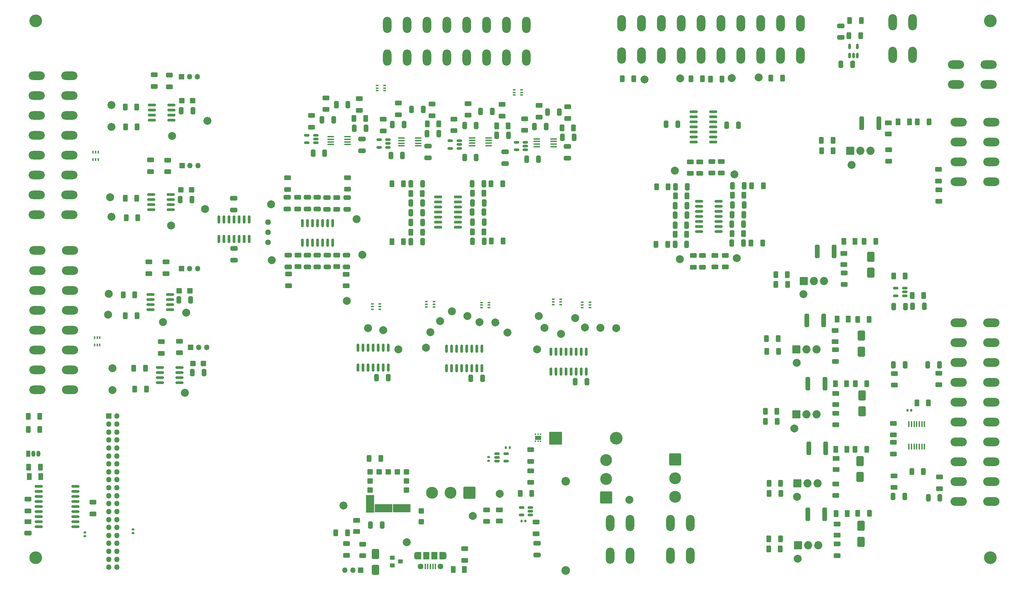
<source format=gbr>
%TF.GenerationSoftware,KiCad,Pcbnew,7.0.10*%
%TF.CreationDate,2024-12-15T12:01:29-06:00*%
%TF.ProjectId,karca_v2,6b617263-615f-4763-922e-6b696361645f,rev?*%
%TF.SameCoordinates,Original*%
%TF.FileFunction,Soldermask,Top*%
%TF.FilePolarity,Negative*%
%FSLAX46Y46*%
G04 Gerber Fmt 4.6, Leading zero omitted, Abs format (unit mm)*
G04 Created by KiCad (PCBNEW 7.0.10) date 2024-12-15 12:01:29*
%MOMM*%
%LPD*%
G01*
G04 APERTURE LIST*
G04 Aperture macros list*
%AMRoundRect*
0 Rectangle with rounded corners*
0 $1 Rounding radius*
0 $2 $3 $4 $5 $6 $7 $8 $9 X,Y pos of 4 corners*
0 Add a 4 corners polygon primitive as box body*
4,1,4,$2,$3,$4,$5,$6,$7,$8,$9,$2,$3,0*
0 Add four circle primitives for the rounded corners*
1,1,$1+$1,$2,$3*
1,1,$1+$1,$4,$5*
1,1,$1+$1,$6,$7*
1,1,$1+$1,$8,$9*
0 Add four rect primitives between the rounded corners*
20,1,$1+$1,$2,$3,$4,$5,0*
20,1,$1+$1,$4,$5,$6,$7,0*
20,1,$1+$1,$6,$7,$8,$9,0*
20,1,$1+$1,$8,$9,$2,$3,0*%
G04 Aperture macros list end*
%ADD10C,3.200000*%
%ADD11RoundRect,0.250000X0.312500X0.625000X-0.312500X0.625000X-0.312500X-0.625000X0.312500X-0.625000X0*%
%ADD12RoundRect,0.250000X0.625000X-0.312500X0.625000X0.312500X-0.625000X0.312500X-0.625000X-0.312500X0*%
%ADD13RoundRect,0.250000X0.325000X0.650000X-0.325000X0.650000X-0.325000X-0.650000X0.325000X-0.650000X0*%
%ADD14C,2.000000*%
%ADD15RoundRect,0.250000X-0.312500X-0.625000X0.312500X-0.625000X0.312500X0.625000X-0.312500X0.625000X0*%
%ADD16RoundRect,0.150000X0.512500X0.150000X-0.512500X0.150000X-0.512500X-0.150000X0.512500X-0.150000X0*%
%ADD17R,1.350000X1.350000*%
%ADD18O,1.350000X1.350000*%
%ADD19RoundRect,0.250000X-0.325000X-0.650000X0.325000X-0.650000X0.325000X0.650000X-0.325000X0.650000X0*%
%ADD20RoundRect,0.250000X-0.625000X0.312500X-0.625000X-0.312500X0.625000X-0.312500X0.625000X0.312500X0*%
%ADD21RoundRect,0.250000X0.375000X0.625000X-0.375000X0.625000X-0.375000X-0.625000X0.375000X-0.625000X0*%
%ADD22RoundRect,0.150000X-0.825000X-0.150000X0.825000X-0.150000X0.825000X0.150000X-0.825000X0.150000X0*%
%ADD23RoundRect,0.100000X-0.712500X-0.100000X0.712500X-0.100000X0.712500X0.100000X-0.712500X0.100000X0*%
%ADD24RoundRect,0.150000X0.825000X0.150000X-0.825000X0.150000X-0.825000X-0.150000X0.825000X-0.150000X0*%
%ADD25R,0.650000X0.400000*%
%ADD26RoundRect,0.250000X-0.650000X0.325000X-0.650000X-0.325000X0.650000X-0.325000X0.650000X0.325000X0*%
%ADD27RoundRect,0.150000X-0.150000X0.825000X-0.150000X-0.825000X0.150000X-0.825000X0.150000X0.825000X0*%
%ADD28RoundRect,0.102000X1.387500X1.387500X-1.387500X1.387500X-1.387500X-1.387500X1.387500X-1.387500X0*%
%ADD29C,2.979000*%
%ADD30RoundRect,0.250000X-0.650000X1.000000X-0.650000X-1.000000X0.650000X-1.000000X0.650000X1.000000X0*%
%ADD31RoundRect,0.250000X0.650000X-0.325000X0.650000X0.325000X-0.650000X0.325000X-0.650000X-0.325000X0*%
%ADD32RoundRect,0.250000X-0.312500X-1.450000X0.312500X-1.450000X0.312500X1.450000X-0.312500X1.450000X0*%
%ADD33R,3.200000X3.200000*%
%ADD34O,3.200000X3.200000*%
%ADD35RoundRect,0.250000X0.450000X0.425000X-0.450000X0.425000X-0.450000X-0.425000X0.450000X-0.425000X0*%
%ADD36RoundRect,0.250000X0.625000X-0.375000X0.625000X0.375000X-0.625000X0.375000X-0.625000X-0.375000X0*%
%ADD37RoundRect,0.102000X1.387500X-1.387500X1.387500X1.387500X-1.387500X1.387500X-1.387500X-1.387500X0*%
%ADD38RoundRect,0.102000X0.571500X0.571500X-0.571500X0.571500X-0.571500X-0.571500X0.571500X-0.571500X0*%
%ADD39RoundRect,0.102000X2.095500X0.952500X-2.095500X0.952500X-2.095500X-0.952500X2.095500X-0.952500X0*%
%ADD40RoundRect,0.102000X0.952500X2.095500X-0.952500X2.095500X-0.952500X-2.095500X0.952500X-2.095500X0*%
%ADD41RoundRect,0.250000X0.650000X-1.000000X0.650000X1.000000X-0.650000X1.000000X-0.650000X-1.000000X0*%
%ADD42R,0.400000X0.650000*%
%ADD43O,2.134400X4.064800*%
%ADD44O,2.154000X4.104000*%
%ADD45C,1.440000*%
%ADD46O,4.064800X2.134400*%
%ADD47RoundRect,0.102000X0.450000X0.400000X-0.450000X0.400000X-0.450000X-0.400000X0.450000X-0.400000X0*%
%ADD48RoundRect,0.140000X0.140000X0.170000X-0.140000X0.170000X-0.140000X-0.170000X0.140000X-0.170000X0*%
%ADD49RoundRect,0.102000X-0.922500X-0.922500X0.922500X-0.922500X0.922500X0.922500X-0.922500X0.922500X0*%
%ADD50C,2.049000*%
%ADD51RoundRect,0.100000X-0.100000X0.637500X-0.100000X-0.637500X0.100000X-0.637500X0.100000X0.637500X0*%
%ADD52RoundRect,0.093750X-0.106250X0.093750X-0.106250X-0.093750X0.106250X-0.093750X0.106250X0.093750X0*%
%ADD53R,1.600000X1.000000*%
%ADD54R,1.800000X1.150000*%
%ADD55RoundRect,0.150000X-0.512500X-0.150000X0.512500X-0.150000X0.512500X0.150000X-0.512500X0.150000X0*%
%ADD56RoundRect,0.140000X-0.140000X-0.170000X0.140000X-0.170000X0.140000X0.170000X-0.140000X0.170000X0*%
%ADD57RoundRect,0.150000X0.150000X-0.512500X0.150000X0.512500X-0.150000X0.512500X-0.150000X-0.512500X0*%
%ADD58RoundRect,0.150000X-0.875000X-0.150000X0.875000X-0.150000X0.875000X0.150000X-0.875000X0.150000X0*%
%ADD59RoundRect,0.102000X-1.387500X1.387500X-1.387500X-1.387500X1.387500X-1.387500X1.387500X1.387500X0*%
%ADD60RoundRect,0.250000X-0.425000X0.450000X-0.425000X-0.450000X0.425000X-0.450000X0.425000X0.450000X0*%
%ADD61RoundRect,0.140000X0.170000X-0.140000X0.170000X0.140000X-0.170000X0.140000X-0.170000X-0.140000X0*%
%ADD62C,2.184000*%
%ADD63R,1.050000X1.500000*%
%ADD64O,1.050000X1.500000*%
%ADD65O,4.104000X2.154000*%
%ADD66RoundRect,0.140000X-0.170000X0.140000X-0.170000X-0.140000X0.170000X-0.140000X0.170000X0.140000X0*%
%ADD67R,0.400000X1.350000*%
%ADD68O,1.200000X1.900000*%
%ADD69R,1.200000X1.900000*%
%ADD70C,1.450000*%
%ADD71R,1.500000X1.900000*%
G04 APERTURE END LIST*
D10*
%TO.C,H1*%
X275886400Y-181385200D03*
%TD*%
D11*
%TO.C,R36*%
X61340000Y-120493800D03*
X58415000Y-120493800D03*
%TD*%
D12*
%TO.C,R25*%
X69011800Y-84317300D03*
X69011800Y-81392300D03*
%TD*%
D13*
%TO.C,C54*%
X150629500Y-69173300D03*
X147679500Y-69173300D03*
%TD*%
D14*
%TO.C,TP17*%
X151441900Y-122250200D03*
%TD*%
D15*
%TO.C,R44*%
X196703800Y-90424000D03*
X199628800Y-90424000D03*
%TD*%
%TO.C,R65*%
X125425800Y-87304000D03*
X128350800Y-87304000D03*
%TD*%
D14*
%TO.C,TP52*%
X177857900Y-123545600D03*
%TD*%
D16*
%TO.C,U23*%
X106293500Y-77023000D03*
X106293500Y-76073000D03*
X106293500Y-75123000D03*
X104018500Y-75123000D03*
X104018500Y-77023000D03*
%TD*%
D17*
%TO.C,J7*%
X54254400Y-145792400D03*
D18*
X56254400Y-145792400D03*
X54254400Y-147792400D03*
X56254400Y-147792400D03*
X54254400Y-149792400D03*
X56254400Y-149792400D03*
X54254400Y-151792400D03*
X56254400Y-151792400D03*
X54254400Y-153792400D03*
X56254400Y-153792400D03*
X54254400Y-155792400D03*
X56254400Y-155792400D03*
X54254400Y-157792400D03*
X56254400Y-157792400D03*
X54254400Y-159792400D03*
X56254400Y-159792400D03*
X54254400Y-161792400D03*
X56254400Y-161792400D03*
X54254400Y-163792400D03*
X56254400Y-163792400D03*
X54254400Y-165792400D03*
X56254400Y-165792400D03*
X54254400Y-167792400D03*
X56254400Y-167792400D03*
X54254400Y-169792400D03*
X56254400Y-169792400D03*
X54254400Y-171792400D03*
X56254400Y-171792400D03*
X54254400Y-173792400D03*
X56254400Y-173792400D03*
X54254400Y-175792400D03*
X56254400Y-175792400D03*
X54254400Y-177792400D03*
X56254400Y-177792400D03*
X54254400Y-179792400D03*
X56254400Y-179792400D03*
X54254400Y-181792400D03*
X56254400Y-181792400D03*
X54254400Y-183792400D03*
X56254400Y-183792400D03*
%TD*%
D12*
%TO.C,R75*%
X141005400Y-73983400D03*
X141005400Y-71058400D03*
%TD*%
D19*
%TO.C,C45*%
X105586000Y-79629000D03*
X108536000Y-79629000D03*
%TD*%
D14*
%TO.C,TP31*%
X95178000Y-106513600D03*
%TD*%
D11*
%TO.C,R93*%
X222269000Y-147142200D03*
X219344000Y-147142200D03*
%TD*%
D20*
%TO.C,R47*%
X202829200Y-81798700D03*
X202829200Y-84723700D03*
%TD*%
D14*
%TO.C,TP1*%
X145761383Y-170942000D03*
%TD*%
D12*
%TO.C,R23*%
X111586400Y-93752100D03*
X111586400Y-90827100D03*
%TD*%
D14*
%TO.C,TP16*%
X154439100Y-124764800D03*
%TD*%
D21*
%TO.C,D9*%
X241862800Y-101800200D03*
X239062800Y-101800200D03*
%TD*%
D22*
%TO.C,U21*%
X67084400Y-133527800D03*
X67084400Y-134797800D03*
X67084400Y-136067800D03*
X67084400Y-137337800D03*
X72034400Y-137337800D03*
X72034400Y-136067800D03*
X72034400Y-134797800D03*
X72034400Y-133527800D03*
%TD*%
D11*
%TO.C,R116*%
X223092500Y-179174400D03*
X220167500Y-179174400D03*
%TD*%
D23*
%TO.C,U22*%
X110009500Y-75508600D03*
X110009500Y-76158600D03*
X110009500Y-76808600D03*
X110009500Y-77458600D03*
X114234500Y-77458600D03*
X114234500Y-76808600D03*
X114234500Y-76158600D03*
X114234500Y-75508600D03*
%TD*%
D24*
%TO.C,U9*%
X207579000Y-99390200D03*
X207579000Y-98120200D03*
X207579000Y-96850200D03*
X207579000Y-95580200D03*
X207579000Y-94310200D03*
X207579000Y-93040200D03*
X207579000Y-91770200D03*
X202629000Y-91770200D03*
X202629000Y-93040200D03*
X202629000Y-94310200D03*
X202629000Y-95580200D03*
X202629000Y-96850200D03*
X202629000Y-98120200D03*
X202629000Y-99390200D03*
%TD*%
D11*
%TO.C,R12*%
X37022500Y-158623000D03*
X34097500Y-158623000D03*
%TD*%
D25*
%TO.C,U14*%
X123571000Y-63906400D03*
X123571000Y-63256400D03*
X123571000Y-62606400D03*
X121671000Y-62606400D03*
X121671000Y-63256400D03*
X121671000Y-63906400D03*
%TD*%
D26*
%TO.C,C4*%
X106658800Y-90763800D03*
X106658800Y-93713800D03*
%TD*%
D14*
%TO.C,TP45*%
X228858000Y-115139000D03*
%TD*%
D15*
%TO.C,R68*%
X134306900Y-72292600D03*
X137231900Y-72292600D03*
%TD*%
D27*
%TO.C,U7*%
X89549200Y-96277400D03*
X88279200Y-96277400D03*
X87009200Y-96277400D03*
X85739200Y-96277400D03*
X84469200Y-96277400D03*
X83199200Y-96277400D03*
X81929200Y-96277400D03*
X81929200Y-101227400D03*
X83199200Y-101227400D03*
X84469200Y-101227400D03*
X85739200Y-101227400D03*
X87009200Y-101227400D03*
X88279200Y-101227400D03*
X89549200Y-101227400D03*
%TD*%
%TO.C,U11*%
X174283600Y-129609100D03*
X173013600Y-129609100D03*
X171743600Y-129609100D03*
X170473600Y-129609100D03*
X169203600Y-129609100D03*
X167933600Y-129609100D03*
X166663600Y-129609100D03*
X165393600Y-129609100D03*
X165393600Y-134559100D03*
X166663600Y-134559100D03*
X167933600Y-134559100D03*
X169203600Y-134559100D03*
X170473600Y-134559100D03*
X171743600Y-134559100D03*
X173013600Y-134559100D03*
X174283600Y-134559100D03*
%TD*%
D28*
%TO.C,SW3*%
X144907000Y-165100000D03*
D29*
X140207000Y-165100000D03*
X135507000Y-165100000D03*
%TD*%
D30*
%TO.C,D20*%
X243154200Y-157080200D03*
X243154200Y-161080200D03*
%TD*%
D14*
%TO.C,TP44*%
X212151000Y-106045000D03*
%TD*%
D15*
%TO.C,R84*%
X221934500Y-110211400D03*
X224859500Y-110211400D03*
%TD*%
D20*
%TO.C,R41*%
X111561000Y-105269000D03*
X111561000Y-108194000D03*
%TD*%
D15*
%TO.C,R45*%
X200579300Y-60960000D03*
X203504300Y-60960000D03*
%TD*%
D12*
%TO.C,R106*%
X262894300Y-137911300D03*
X262894300Y-134986300D03*
%TD*%
D14*
%TO.C,TP12*%
X167926500Y-125069600D03*
%TD*%
D31*
%TO.C,C40*%
X117932200Y-79046600D03*
X117932200Y-76096600D03*
%TD*%
D14*
%TO.C,TP50*%
X227258100Y-166065200D03*
%TD*%
D10*
%TO.C,H2*%
X275886400Y-46385200D03*
%TD*%
D19*
%TO.C,C9*%
X209599000Y-72644000D03*
X212549000Y-72644000D03*
%TD*%
D17*
%TO.C,JP5*%
X117602000Y-184531000D03*
D18*
X115602000Y-184531000D03*
X113602000Y-184531000D03*
%TD*%
D11*
%TO.C,R78*%
X148585700Y-99419800D03*
X145660700Y-99419800D03*
%TD*%
D13*
%TO.C,C3*%
X148185400Y-136278100D03*
X145235400Y-136278100D03*
%TD*%
D22*
%TO.C,U20*%
X64708000Y-115189000D03*
X64708000Y-116459000D03*
X64708000Y-117729000D03*
X64708000Y-118999000D03*
X69658000Y-118999000D03*
X69658000Y-117729000D03*
X69658000Y-116459000D03*
X69658000Y-115189000D03*
%TD*%
D23*
%TO.C,U24*%
X127843900Y-75838800D03*
X127843900Y-76488800D03*
X127843900Y-77138800D03*
X127843900Y-77788800D03*
X132068900Y-77788800D03*
X132068900Y-77138800D03*
X132068900Y-76488800D03*
X132068900Y-75838800D03*
%TD*%
D20*
%TO.C,R52*%
X205877200Y-81733200D03*
X205877200Y-84658200D03*
%TD*%
D26*
%TO.C,C21*%
X109122600Y-90789200D03*
X109122600Y-93739200D03*
%TD*%
D25*
%TO.C,U4*%
X134083500Y-117002800D03*
X134083500Y-117652800D03*
X134083500Y-118302800D03*
X135983500Y-118302800D03*
X135983500Y-117652800D03*
X135983500Y-117002800D03*
%TD*%
D32*
%TO.C,F2*%
X243572600Y-72113600D03*
X247847600Y-72113600D03*
%TD*%
D25*
%TO.C,U32*%
X175201100Y-118480600D03*
X175201100Y-117830600D03*
X175201100Y-117180600D03*
X173301100Y-117180600D03*
X173301100Y-117830600D03*
X173301100Y-118480600D03*
%TD*%
D12*
%TO.C,R57*%
X206613800Y-108284200D03*
X206613800Y-105359200D03*
%TD*%
D14*
%TO.C,TP47*%
X226572300Y-148920200D03*
%TD*%
D11*
%TO.C,R117*%
X160593500Y-165227000D03*
X157668500Y-165227000D03*
%TD*%
D33*
%TO.C,D1*%
X166544800Y-151332200D03*
D34*
X181784800Y-151332200D03*
%TD*%
D12*
%TO.C,R5*%
X143764000Y-182056500D03*
X143764000Y-179131500D03*
%TD*%
D11*
%TO.C,R50*%
X208431900Y-61010800D03*
X205506900Y-61010800D03*
%TD*%
D35*
%TO.C,C19*%
X75289400Y-66421000D03*
X72589400Y-66421000D03*
%TD*%
D36*
%TO.C,D10*%
X239043400Y-107696000D03*
X239043400Y-104896000D03*
%TD*%
D19*
%TO.C,C66*%
X251614600Y-118208600D03*
X254564600Y-118208600D03*
%TD*%
D20*
%TO.C,R35*%
X101832800Y-105279700D03*
X101832800Y-108204700D03*
%TD*%
%TO.C,R73*%
X153111200Y-67396900D03*
X153111200Y-70321900D03*
%TD*%
D14*
%TO.C,TP18*%
X240969800Y-82588900D03*
%TD*%
D12*
%TO.C,R22*%
X114228000Y-88708200D03*
X114228000Y-85783200D03*
%TD*%
D13*
%TO.C,C49*%
X133104200Y-92180800D03*
X130154200Y-92180800D03*
%TD*%
D16*
%TO.C,U33*%
X160266183Y-170653400D03*
X160266183Y-169703400D03*
X160266183Y-168753400D03*
X157991183Y-168753400D03*
X157991183Y-170653400D03*
%TD*%
D37*
%TO.C,SW2*%
X179244800Y-166249400D03*
D29*
X179244800Y-161549400D03*
X179244800Y-156849400D03*
%TD*%
D14*
%TO.C,TP58*%
X123197100Y-124180600D03*
%TD*%
D19*
%TO.C,C16*%
X130177300Y-94629000D03*
X133127300Y-94629000D03*
%TD*%
D38*
%TO.C,MD1*%
X129057000Y-164418800D03*
D39*
X127914000Y-168990800D03*
X123342000Y-168990800D03*
D40*
X119913000Y-167847800D03*
D38*
X119913000Y-164418800D03*
X119913000Y-159846800D03*
X124485000Y-159846800D03*
X126771000Y-159846800D03*
X129057000Y-159846800D03*
X129057000Y-162132800D03*
X119913000Y-162132800D03*
X122199000Y-159846800D03*
%TD*%
D41*
%TO.C,D5*%
X121272800Y-184448000D03*
X121272800Y-180448000D03*
%TD*%
D42*
%TO.C,U2*%
X50277000Y-81239400D03*
X50927000Y-81239400D03*
X51577000Y-81239400D03*
X51577000Y-79339400D03*
X50927000Y-79339400D03*
X50277000Y-79339400D03*
%TD*%
D43*
%TO.C,J8*%
X124220000Y-55571000D03*
X129220000Y-55571000D03*
X134220000Y-55571000D03*
X139220000Y-55571000D03*
X144220000Y-55571000D03*
X149220000Y-55571000D03*
X154220000Y-55571000D03*
X159220000Y-55571000D03*
X124220000Y-47371000D03*
X129220000Y-47371000D03*
X134220000Y-47371000D03*
X139220000Y-47371000D03*
X144220000Y-47371000D03*
X149220000Y-47371000D03*
X154220000Y-47371000D03*
X159220000Y-47371000D03*
%TD*%
D14*
%TO.C,TP29*%
X54238700Y-115058200D03*
%TD*%
D12*
%TO.C,R97*%
X201203600Y-108335000D03*
X201203600Y-105410000D03*
%TD*%
D20*
%TO.C,R87*%
X236902800Y-129118900D03*
X236902800Y-132043900D03*
%TD*%
D19*
%TO.C,C38*%
X210877400Y-102235000D03*
X213827400Y-102235000D03*
%TD*%
D20*
%TO.C,R110*%
X251692900Y-160818100D03*
X251692900Y-163743100D03*
%TD*%
%TO.C,R114*%
X237341900Y-177960500D03*
X237341900Y-180885500D03*
%TD*%
D14*
%TO.C,TP41*%
X210830200Y-60709000D03*
%TD*%
D15*
%TO.C,R74*%
X151756700Y-72749800D03*
X154681700Y-72749800D03*
%TD*%
D17*
%TO.C,JP1*%
X72517000Y-60452000D03*
D18*
X74517000Y-60452000D03*
X76517000Y-60452000D03*
%TD*%
D32*
%TO.C,F4*%
X229710700Y-121694200D03*
X233985700Y-121694200D03*
%TD*%
D27*
%TO.C,U3*%
X148056600Y-128785100D03*
X146786600Y-128785100D03*
X145516600Y-128785100D03*
X144246600Y-128785100D03*
X142976600Y-128785100D03*
X141706600Y-128785100D03*
X140436600Y-128785100D03*
X139166600Y-128785100D03*
X139166600Y-133735100D03*
X140436600Y-133735100D03*
X141706600Y-133735100D03*
X142976600Y-133735100D03*
X144246600Y-133735100D03*
X145516600Y-133735100D03*
X146786600Y-133735100D03*
X148056600Y-133735100D03*
%TD*%
D13*
%TO.C,C44*%
X118880200Y-73334000D03*
X115930200Y-73334000D03*
%TD*%
D14*
%TO.C,TP53*%
X181794900Y-123698000D03*
%TD*%
D44*
%TO.C,J6*%
X183163200Y-55113800D03*
X188163200Y-55113800D03*
X193163200Y-55113800D03*
X198163200Y-55113800D03*
X203163200Y-55113800D03*
X208163200Y-55113800D03*
X213163200Y-55113800D03*
X218163200Y-55113800D03*
X223163200Y-55113800D03*
X228163200Y-55113800D03*
X183163200Y-46913800D03*
X188163200Y-46913800D03*
X193163200Y-46913800D03*
X198163200Y-46913800D03*
X203163200Y-46913800D03*
X208163200Y-46913800D03*
X213163200Y-46913800D03*
X218163200Y-46913800D03*
X223163200Y-46913800D03*
X228163200Y-46913800D03*
%TD*%
D45*
%TO.C,RV1*%
X94314400Y-96988600D03*
X94314400Y-99528600D03*
X94314400Y-102068600D03*
%TD*%
D20*
%TO.C,R118*%
X161698683Y-172449400D03*
X161698683Y-175374400D03*
%TD*%
D12*
%TO.C,R29*%
X101756600Y-93675900D03*
X101756600Y-90750900D03*
%TD*%
D46*
%TO.C,J11*%
X276124800Y-71822607D03*
X267924800Y-76822607D03*
X267924800Y-81822607D03*
X267924800Y-86822607D03*
X267924800Y-71822607D03*
X276124800Y-76822607D03*
X276124800Y-81822607D03*
X276124800Y-86822607D03*
%TD*%
D14*
%TO.C,TP32*%
X73710800Y-119786400D03*
%TD*%
D47*
%TO.C,Q1*%
X125492000Y-181422000D03*
X125492000Y-183322000D03*
X127592000Y-182372000D03*
%TD*%
D14*
%TO.C,TP8*%
X135084300Y-124688600D03*
%TD*%
D15*
%TO.C,R13*%
X257515900Y-71717700D03*
X260440900Y-71717700D03*
%TD*%
D14*
%TO.C,TP21*%
X116586000Y-96266000D03*
%TD*%
D19*
%TO.C,C13*%
X194359000Y-72390000D03*
X197309000Y-72390000D03*
%TD*%
D14*
%TO.C,TP35*%
X114071400Y-116814600D03*
%TD*%
D13*
%TO.C,C59*%
X164235300Y-72938600D03*
X161285300Y-72938600D03*
%TD*%
D14*
%TO.C,TP39*%
X197901600Y-60807600D03*
%TD*%
D48*
%TO.C,C70*%
X256029400Y-144348200D03*
X255069400Y-144348200D03*
%TD*%
D42*
%TO.C,U5*%
X50683400Y-127924600D03*
X51333400Y-127924600D03*
X51983400Y-127924600D03*
X51983400Y-126024600D03*
X51333400Y-126024600D03*
X50683400Y-126024600D03*
%TD*%
D49*
%TO.C,Q3*%
X240665000Y-79070200D03*
D50*
X243205000Y-79070200D03*
X245745000Y-79070200D03*
%TD*%
D11*
%TO.C,R111*%
X259069300Y-159689800D03*
X256144300Y-159689800D03*
%TD*%
D12*
%TO.C,R32*%
X64287400Y-109945900D03*
X64287400Y-107020900D03*
%TD*%
D32*
%TO.C,F3*%
X232333900Y-104365600D03*
X236608900Y-104365600D03*
%TD*%
D12*
%TO.C,R31*%
X68656200Y-109945900D03*
X68656200Y-107020900D03*
%TD*%
D32*
%TO.C,F5*%
X230018500Y-137591800D03*
X234293500Y-137591800D03*
%TD*%
D31*
%TO.C,C52*%
X153924000Y-82247000D03*
X153924000Y-79297000D03*
%TD*%
D51*
%TO.C,U31*%
X259332500Y-147759500D03*
X258682500Y-147759500D03*
X258032500Y-147759500D03*
X257382500Y-147759500D03*
X256732500Y-147759500D03*
X256082500Y-147759500D03*
X255432500Y-147759500D03*
X255432500Y-153484500D03*
X256082500Y-153484500D03*
X256732500Y-153484500D03*
X257382500Y-153484500D03*
X258032500Y-153484500D03*
X258682500Y-153484500D03*
X259332500Y-153484500D03*
%TD*%
D31*
%TO.C,C29*%
X104220400Y-108217200D03*
X104220400Y-105267200D03*
%TD*%
D15*
%TO.C,R62*%
X115891900Y-70921000D03*
X118816900Y-70921000D03*
%TD*%
D11*
%TO.C,R54*%
X213867500Y-99872800D03*
X210942500Y-99872800D03*
%TD*%
D12*
%TO.C,R69*%
X123225400Y-74019800D03*
X123225400Y-71094800D03*
%TD*%
%TO.C,R38*%
X67437000Y-129986500D03*
X67437000Y-127061500D03*
%TD*%
%TO.C,R20*%
X65659000Y-62865000D03*
X65659000Y-59940000D03*
%TD*%
D16*
%TO.C,U29*%
X158998500Y-78801000D03*
X158998500Y-77851000D03*
X158998500Y-76901000D03*
X156723500Y-76901000D03*
X156723500Y-78801000D03*
%TD*%
D11*
%TO.C,R48*%
X218820500Y-87807800D03*
X215895500Y-87807800D03*
%TD*%
D52*
%TO.C,U1*%
X162792800Y-150347200D03*
X162142800Y-150347200D03*
X161492800Y-150347200D03*
X161492800Y-152122200D03*
X162142800Y-152122200D03*
X162792800Y-152122200D03*
D53*
X162142800Y-151234700D03*
%TD*%
D20*
%TO.C,R9*%
X50292000Y-167447500D03*
X50292000Y-170372500D03*
%TD*%
D15*
%TO.C,R92*%
X219318600Y-144576800D03*
X222243600Y-144576800D03*
%TD*%
D20*
%TO.C,R64*%
X127086200Y-67056200D03*
X127086200Y-69981200D03*
%TD*%
D25*
%TO.C,U15*%
X147926500Y-117206000D03*
X147926500Y-117856000D03*
X147926500Y-118506000D03*
X149826500Y-118506000D03*
X149826500Y-117856000D03*
X149826500Y-117206000D03*
%TD*%
D35*
%TO.C,C31*%
X78058000Y-132537200D03*
X75358000Y-132537200D03*
%TD*%
D14*
%TO.C,TP36*%
X117961800Y-105192800D03*
%TD*%
D11*
%TO.C,R27*%
X61294400Y-90994200D03*
X58369400Y-90994200D03*
%TD*%
D14*
%TO.C,TP37*%
X73355200Y-139954000D03*
%TD*%
D19*
%TO.C,C39*%
X210904600Y-97485200D03*
X213854600Y-97485200D03*
%TD*%
D20*
%TO.C,R15*%
X262864600Y-83729100D03*
X262864600Y-86654100D03*
%TD*%
D35*
%TO.C,C27*%
X74603600Y-114274600D03*
X71903600Y-114274600D03*
%TD*%
D11*
%TO.C,R21*%
X61279500Y-68072000D03*
X58354500Y-68072000D03*
%TD*%
D16*
%TO.C,U25*%
X124454500Y-78166000D03*
X124454500Y-77216000D03*
X124454500Y-76266000D03*
X122179500Y-76266000D03*
X122179500Y-78166000D03*
%TD*%
D13*
%TO.C,C8*%
X213883000Y-95097600D03*
X210933000Y-95097600D03*
%TD*%
D43*
%TO.C,J1*%
X200427200Y-172703400D03*
X195427200Y-172703400D03*
X200427200Y-180903400D03*
X195427200Y-180903400D03*
%TD*%
D31*
%TO.C,C15*%
X33914399Y-175261800D03*
D54*
X33914399Y-172311800D03*
%TD*%
D21*
%TO.C,D21*%
X239932700Y-170284400D03*
X237132700Y-170284400D03*
%TD*%
D11*
%TO.C,R49*%
X213943700Y-90246200D03*
X211018700Y-90246200D03*
%TD*%
D14*
%TO.C,TP42*%
X211516000Y-84937600D03*
%TD*%
D20*
%TO.C,R91*%
X237042700Y-145040900D03*
X237042700Y-147965900D03*
%TD*%
D14*
%TO.C,TP11*%
X161957500Y-129006600D03*
%TD*%
%TO.C,TP25*%
X78439400Y-93661200D03*
%TD*%
D11*
%TO.C,R3*%
X114238500Y-175133000D03*
X111313500Y-175133000D03*
%TD*%
D43*
%TO.C,J10*%
X251371384Y-54883800D03*
X256371384Y-54883800D03*
X251371384Y-46683800D03*
X256371384Y-46683800D03*
%TD*%
D36*
%TO.C,D3*%
X116576800Y-174832000D03*
X116576800Y-172032000D03*
%TD*%
D20*
%TO.C,R14*%
X250311400Y-78753700D03*
X250311400Y-81678700D03*
%TD*%
D14*
%TO.C,TP20*%
X79049000Y-71537800D03*
%TD*%
D26*
%TO.C,C25*%
X104195000Y-90763800D03*
X104195000Y-93713800D03*
%TD*%
D12*
%TO.C,R98*%
X203540400Y-108309600D03*
X203540400Y-105384600D03*
%TD*%
D20*
%TO.C,R51*%
X208239400Y-81733200D03*
X208239400Y-84658200D03*
%TD*%
D30*
%TO.C,D17*%
X243611400Y-140570200D03*
X243611400Y-144570200D03*
%TD*%
D15*
%TO.C,R95*%
X196616900Y-100076000D03*
X199541900Y-100076000D03*
%TD*%
D25*
%TO.C,U35*%
X120487100Y-117597200D03*
X120487100Y-118247200D03*
X120487100Y-118897200D03*
X122387100Y-118897200D03*
X122387100Y-118247200D03*
X122387100Y-117597200D03*
%TD*%
D15*
%TO.C,R82*%
X244159500Y-101851000D03*
X247084500Y-101851000D03*
%TD*%
D22*
%TO.C,U19*%
X64900000Y-90017600D03*
X64900000Y-91287600D03*
X64900000Y-92557600D03*
X64900000Y-93827600D03*
X69850000Y-93827600D03*
X69850000Y-92557600D03*
X69850000Y-91287600D03*
X69850000Y-90017600D03*
%TD*%
D14*
%TO.C,TP9*%
X133992100Y-128574800D03*
%TD*%
D49*
%TO.C,Q4*%
X228959600Y-111786200D03*
D50*
X231499600Y-111786200D03*
X234039600Y-111786200D03*
%TD*%
D13*
%TO.C,C73*%
X124468900Y-136067800D03*
X121518900Y-136067800D03*
%TD*%
D14*
%TO.C,TP5*%
X129159000Y-177546000D03*
%TD*%
D31*
%TO.C,C18*%
X114151800Y-93739200D03*
X114151800Y-90789200D03*
%TD*%
D55*
%TO.C,U36*%
X151835883Y-155234900D03*
X151835883Y-156184900D03*
X151835883Y-157134900D03*
X154110883Y-157134900D03*
X154110883Y-155234900D03*
%TD*%
D13*
%TO.C,C65*%
X199554400Y-97713800D03*
X196604400Y-97713800D03*
%TD*%
D21*
%TO.C,D12*%
X240157000Y-121335800D03*
X237357000Y-121335800D03*
%TD*%
D36*
%TO.C,D22*%
X237341900Y-175723000D03*
X237341900Y-172923000D03*
%TD*%
D20*
%TO.C,R76*%
X162455500Y-67615300D03*
X162455500Y-70540300D03*
%TD*%
D26*
%TO.C,C5*%
X85678400Y-91017800D03*
X85678400Y-93967800D03*
%TD*%
D13*
%TO.C,C20*%
X75367800Y-68972400D03*
X72417800Y-68972400D03*
%TD*%
D31*
%TO.C,C33*%
X109148000Y-108219000D03*
X109148000Y-105269000D03*
%TD*%
D23*
%TO.C,U26*%
X145544100Y-75788000D03*
X145544100Y-76438000D03*
X145544100Y-77088000D03*
X145544100Y-77738000D03*
X149769100Y-77738000D03*
X149769100Y-77088000D03*
X149769100Y-76438000D03*
X149769100Y-75788000D03*
%TD*%
D56*
%TO.C,C76*%
X154093600Y-153722400D03*
X155053600Y-153722400D03*
%TD*%
D57*
%TO.C,U8*%
X240538000Y-55107000D03*
X241488000Y-55107000D03*
X242438000Y-55107000D03*
X242438000Y-52832000D03*
X240538000Y-52832000D03*
%TD*%
D14*
%TO.C,TP2*%
X152552417Y-165344600D03*
%TD*%
D22*
%TO.C,U17*%
X137039400Y-90631400D03*
X137039400Y-91901400D03*
X137039400Y-93171400D03*
X137039400Y-94441400D03*
X137039400Y-95711400D03*
X137039400Y-96981400D03*
X137039400Y-98251400D03*
X141989400Y-98251400D03*
X141989400Y-96981400D03*
X141989400Y-95711400D03*
X141989400Y-94441400D03*
X141989400Y-93171400D03*
X141989400Y-91901400D03*
X141989400Y-90631400D03*
%TD*%
D14*
%TO.C,TP49*%
X197825400Y-106262900D03*
%TD*%
D13*
%TO.C,C32*%
X78206900Y-134844800D03*
X75256900Y-134844800D03*
%TD*%
%TO.C,C42*%
X114383700Y-67456800D03*
X111433700Y-67456800D03*
%TD*%
D36*
%TO.C,D8*%
X250209800Y-74834400D03*
X250209800Y-72034400D03*
%TD*%
%TO.C,D2*%
X152476200Y-172138800D03*
X152476200Y-169338800D03*
%TD*%
D15*
%TO.C,R6*%
X240370400Y-50057900D03*
X243295400Y-50057900D03*
%TD*%
D14*
%TO.C,TP30*%
X67843400Y-122123200D03*
%TD*%
D17*
%TO.C,JP4*%
X74835000Y-128524000D03*
D18*
X76835000Y-128524000D03*
X78835000Y-128524000D03*
%TD*%
D25*
%TO.C,U16*%
X158064200Y-65013600D03*
X158064200Y-64363600D03*
X158064200Y-63713600D03*
X156164200Y-63713600D03*
X156164200Y-64363600D03*
X156164200Y-65013600D03*
%TD*%
D11*
%TO.C,R39*%
X63438500Y-133727200D03*
X60513500Y-133727200D03*
%TD*%
D21*
%TO.C,D4*%
X143640000Y-184404000D03*
X140840000Y-184404000D03*
%TD*%
D15*
%TO.C,R43*%
X191943300Y-88061800D03*
X194868300Y-88061800D03*
%TD*%
D14*
%TO.C,TP26*%
X95000200Y-92467400D03*
%TD*%
D58*
%TO.C,U13*%
X36581399Y-163423600D03*
X36581399Y-164693600D03*
X36581399Y-165963600D03*
X36581399Y-167233600D03*
X36581399Y-168503600D03*
X36581399Y-169773600D03*
X36581399Y-171043600D03*
X36581399Y-172313600D03*
X36581399Y-173583600D03*
X45881399Y-173583600D03*
X45881399Y-172313600D03*
X45881399Y-171043600D03*
X45881399Y-169773600D03*
X45881399Y-168503600D03*
X45881399Y-167233600D03*
X45881399Y-165963600D03*
X45881399Y-164693600D03*
X45881399Y-163423600D03*
%TD*%
D20*
%TO.C,R67*%
X135493600Y-67310200D03*
X135493600Y-70235200D03*
%TD*%
D14*
%TO.C,TP56*%
X227461300Y-181638200D03*
%TD*%
D15*
%TO.C,R11*%
X33970500Y-149127800D03*
X36895500Y-149127800D03*
%TD*%
D13*
%TO.C,C47*%
X128457800Y-72445000D03*
X125507800Y-72445000D03*
%TD*%
D31*
%TO.C,C58*%
X169526000Y-80879600D03*
X169526000Y-77929600D03*
%TD*%
D32*
%TO.C,F6*%
X230217800Y-153847800D03*
X234492800Y-153847800D03*
%TD*%
D21*
%TO.C,D6*%
X37087000Y-161036000D03*
X34287000Y-161036000D03*
%TD*%
D13*
%TO.C,C28*%
X74830200Y-116586000D03*
X71880200Y-116586000D03*
%TD*%
D31*
%TO.C,C22*%
X99140400Y-93677700D03*
X99140400Y-90727700D03*
%TD*%
D14*
%TO.C,TP19*%
X54897400Y-67561800D03*
%TD*%
D49*
%TO.C,Q7*%
X227334300Y-162687000D03*
D50*
X229874300Y-162687000D03*
X232414300Y-162687000D03*
%TD*%
D15*
%TO.C,R115*%
X220192900Y-176659800D03*
X223117900Y-176659800D03*
%TD*%
D13*
%TO.C,C62*%
X171255000Y-75670800D03*
X168305000Y-75670800D03*
%TD*%
D16*
%TO.C,U30*%
X254354100Y-115501000D03*
X254354100Y-114551000D03*
X254354100Y-113601000D03*
X252079100Y-113601000D03*
X252079100Y-115501000D03*
%TD*%
D12*
%TO.C,R121*%
X114046000Y-180786500D03*
X114046000Y-177861500D03*
%TD*%
D14*
%TO.C,TP23*%
X54897400Y-73061800D03*
%TD*%
%TO.C,TP22*%
X70184400Y-75347800D03*
%TD*%
D12*
%TO.C,R10*%
X33888999Y-169635900D03*
X33888999Y-166710900D03*
%TD*%
D35*
%TO.C,C23*%
X75086200Y-88900000D03*
X72386200Y-88900000D03*
%TD*%
D14*
%TO.C,TP40*%
X196580800Y-84048600D03*
%TD*%
D19*
%TO.C,Ce3*%
X145612100Y-87354800D03*
X148562100Y-87354800D03*
%TD*%
D59*
%TO.C,SW1*%
X196645000Y-156687400D03*
D29*
X196645000Y-161387400D03*
X196645000Y-166087400D03*
%TD*%
D12*
%TO.C,R107*%
X251532800Y-150535100D03*
X251532800Y-147610100D03*
%TD*%
D20*
%TO.C,R70*%
X144557100Y-67162700D03*
X144557100Y-70087700D03*
%TD*%
D14*
%TO.C,TP3*%
X185112200Y-166826200D03*
%TD*%
%TO.C,TP28*%
X54904300Y-95617000D03*
%TD*%
D36*
%TO.C,D13*%
X236852000Y-127028400D03*
X236852000Y-124228400D03*
%TD*%
D15*
%TO.C,R55*%
X220721500Y-60756800D03*
X223646500Y-60756800D03*
%TD*%
D12*
%TO.C,R63*%
X105161700Y-73084900D03*
X105161700Y-70159900D03*
%TD*%
D31*
%TO.C,C7*%
X85725000Y-106582000D03*
X85725000Y-103632000D03*
%TD*%
D36*
%TO.C,D19*%
X237113300Y-159251500D03*
X237113300Y-156451500D03*
%TD*%
D21*
%TO.C,D18*%
X239808700Y-154127200D03*
X237008700Y-154127200D03*
%TD*%
D14*
%TO.C,TP46*%
X227200000Y-132413000D03*
%TD*%
D13*
%TO.C,C14*%
X174463200Y-137127500D03*
X171513200Y-137127500D03*
%TD*%
D14*
%TO.C,TP48*%
X188910000Y-61064600D03*
%TD*%
D11*
%TO.C,R71*%
X153274000Y-87329400D03*
X150349000Y-87329400D03*
%TD*%
D14*
%TO.C,TP27*%
X69930400Y-97826800D03*
%TD*%
D13*
%TO.C,C17*%
X148541000Y-94488000D03*
X145591000Y-94488000D03*
%TD*%
D20*
%TO.C,R83*%
X239119600Y-109761100D03*
X239119600Y-112686100D03*
%TD*%
D13*
%TO.C,C56*%
X154738600Y-75184000D03*
X151788600Y-75184000D03*
%TD*%
D12*
%TO.C,R1*%
X149250417Y-172268100D03*
X149250417Y-169343100D03*
%TD*%
D19*
%TO.C,C72*%
X260272000Y-166319200D03*
X263222000Y-166319200D03*
%TD*%
D14*
%TO.C,TP33*%
X54035500Y-120239800D03*
%TD*%
D19*
%TO.C,C2*%
X120004000Y-173203400D03*
X122954000Y-173203400D03*
%TD*%
D31*
%TO.C,C75*%
X161924983Y-180681400D03*
X161924983Y-177731400D03*
%TD*%
D20*
%TO.C,R40*%
X113948600Y-110069600D03*
X113948600Y-112994600D03*
%TD*%
D14*
%TO.C,TP13*%
X163760900Y-123571000D03*
%TD*%
D15*
%TO.C,R86*%
X242501500Y-121488200D03*
X245426500Y-121488200D03*
%TD*%
D19*
%TO.C,Ce4*%
X145648200Y-101807400D03*
X148598200Y-101807400D03*
%TD*%
D13*
%TO.C,C64*%
X199554400Y-102554500D03*
X196604400Y-102554500D03*
%TD*%
D20*
%TO.C,R34*%
X99419800Y-110029500D03*
X99419800Y-112954500D03*
%TD*%
%TO.C,R100*%
X237032800Y-162824700D03*
X237032800Y-165749700D03*
%TD*%
D32*
%TO.C,F7*%
X229967700Y-170459400D03*
X234242700Y-170459400D03*
%TD*%
D14*
%TO.C,TP24*%
X54599500Y-90740200D03*
%TD*%
D11*
%TO.C,R18*%
X236387100Y-79007500D03*
X233462100Y-79007500D03*
%TD*%
D14*
%TO.C,TP15*%
X144406100Y-120650000D03*
%TD*%
D13*
%TO.C,Ce2*%
X133127800Y-87329400D03*
X130177800Y-87329400D03*
%TD*%
D14*
%TO.C,TP10*%
X162338500Y-120650000D03*
%TD*%
D30*
%TO.C,D14*%
X243430600Y-125558800D03*
X243430600Y-129558800D03*
%TD*%
D60*
%TO.C,C1*%
X132816600Y-169617400D03*
X132816600Y-172317400D03*
%TD*%
D13*
%TO.C,C60*%
X167511900Y-69306400D03*
X164561900Y-69306400D03*
%TD*%
D56*
%TO.C,C74*%
X158016000Y-172135800D03*
X158976000Y-172135800D03*
%TD*%
D25*
%TO.C,U12*%
X165970700Y-116408200D03*
X165970700Y-117058200D03*
X165970700Y-117708200D03*
X167870700Y-117708200D03*
X167870700Y-117058200D03*
X167870700Y-116408200D03*
%TD*%
D11*
%TO.C,R30*%
X61523000Y-95871000D03*
X58598000Y-95871000D03*
%TD*%
D43*
%TO.C,J2*%
X185318000Y-172703400D03*
X180318000Y-172703400D03*
X185318000Y-180903400D03*
X180318000Y-180903400D03*
%TD*%
D19*
%TO.C,C57*%
X143686000Y-80772000D03*
X146636000Y-80772000D03*
%TD*%
D11*
%TO.C,R96*%
X186268400Y-60960000D03*
X183343400Y-60960000D03*
%TD*%
D17*
%TO.C,JP3*%
X72549000Y-108712000D03*
D18*
X74549000Y-108712000D03*
X76549000Y-108712000D03*
%TD*%
D19*
%TO.C,C51*%
X125144000Y-80264000D03*
X128094000Y-80264000D03*
%TD*%
D11*
%TO.C,R24*%
X61359900Y-73061800D03*
X58434900Y-73061800D03*
%TD*%
D13*
%TO.C,C43*%
X133155000Y-97057600D03*
X130205000Y-97057600D03*
%TD*%
D15*
%TO.C,R59*%
X125416900Y-101909000D03*
X128341900Y-101909000D03*
%TD*%
%TO.C,R80*%
X168165100Y-73283200D03*
X171090100Y-73283200D03*
%TD*%
D14*
%TO.C,TP38*%
X55120200Y-139227200D03*
%TD*%
D13*
%TO.C,C24*%
X75162800Y-91349800D03*
X72212800Y-91349800D03*
%TD*%
D36*
%TO.C,D16*%
X237042700Y-142903400D03*
X237042700Y-140103400D03*
%TD*%
D12*
%TO.C,R37*%
X72009000Y-129859500D03*
X72009000Y-126934500D03*
%TD*%
D19*
%TO.C,C37*%
X211031600Y-92633800D03*
X213981600Y-92633800D03*
%TD*%
D13*
%TO.C,C41*%
X110776900Y-71241400D03*
X107826900Y-71241400D03*
%TD*%
D20*
%TO.C,R61*%
X117201300Y-65943500D03*
X117201300Y-68868500D03*
%TD*%
D14*
%TO.C,TP7*%
X137522700Y-121894600D03*
%TD*%
D13*
%TO.C,C53*%
X146641700Y-72703900D03*
X143691700Y-72703900D03*
%TD*%
D49*
%TO.C,Q5*%
X227156500Y-128981200D03*
D50*
X229696500Y-128981200D03*
X232236500Y-128981200D03*
%TD*%
D11*
%TO.C,R7*%
X243447800Y-46247900D03*
X240522800Y-46247900D03*
%TD*%
%TO.C,R89*%
X222591900Y-129517400D03*
X219666900Y-129517400D03*
%TD*%
D61*
%TO.C,C77*%
X149722183Y-157020500D03*
X149722183Y-156060500D03*
%TD*%
D12*
%TO.C,R26*%
X64770000Y-84291900D03*
X64770000Y-81366900D03*
%TD*%
D13*
%TO.C,C34*%
X199656000Y-88061800D03*
X196706000Y-88061800D03*
%TD*%
D20*
%TO.C,R16*%
X262915400Y-88845200D03*
X262915400Y-91770200D03*
%TD*%
D15*
%TO.C,R101*%
X220228700Y-162687000D03*
X223153700Y-162687000D03*
%TD*%
D11*
%TO.C,R42*%
X63692500Y-138963400D03*
X60767500Y-138963400D03*
%TD*%
D26*
%TO.C,C26*%
X99394400Y-105267200D03*
X99394400Y-108217200D03*
%TD*%
D19*
%TO.C,C55*%
X145648200Y-92130000D03*
X148598200Y-92130000D03*
%TD*%
D12*
%TO.C,R28*%
X99191200Y-88748300D03*
X99191200Y-85823300D03*
%TD*%
D20*
%TO.C,R79*%
X169643700Y-67945500D03*
X169643700Y-70870500D03*
%TD*%
D19*
%TO.C,C36*%
X211020900Y-87807800D03*
X213970900Y-87807800D03*
%TD*%
D20*
%TO.C,R46*%
X200416200Y-81798700D03*
X200416200Y-84723700D03*
%TD*%
D11*
%TO.C,R85*%
X224884900Y-112649800D03*
X221959900Y-112649800D03*
%TD*%
D15*
%TO.C,R104*%
X256235200Y-115417600D03*
X259160200Y-115417600D03*
%TD*%
%TO.C,R60*%
X130192100Y-99496000D03*
X133117100Y-99496000D03*
%TD*%
D12*
%TO.C,R19*%
X69469000Y-62930500D03*
X69469000Y-60005500D03*
%TD*%
D21*
%TO.C,D15*%
X239732500Y-137591800D03*
X236932500Y-137591800D03*
%TD*%
D62*
%TO.C,F1*%
X169084800Y-184654800D03*
X169084800Y-162154800D03*
%TD*%
D14*
%TO.C,TP54*%
X171457100Y-121132600D03*
%TD*%
D63*
%TO.C,Q2*%
X33959800Y-155223800D03*
D64*
X35229800Y-155223800D03*
X36499800Y-155223800D03*
%TD*%
D13*
%TO.C,C35*%
X199605200Y-92837000D03*
X196655200Y-92837000D03*
%TD*%
D15*
%TO.C,R90*%
X241899200Y-137617200D03*
X244824200Y-137617200D03*
%TD*%
D17*
%TO.C,JP2*%
X72676000Y-82804000D03*
D18*
X74676000Y-82804000D03*
X76676000Y-82804000D03*
%TD*%
D22*
%TO.C,U18*%
X65038200Y-67513200D03*
X65038200Y-68783200D03*
X65038200Y-70053200D03*
X65038200Y-71323200D03*
X69988200Y-71323200D03*
X69988200Y-70053200D03*
X69988200Y-68783200D03*
X69988200Y-67513200D03*
%TD*%
D14*
%TO.C,TP34*%
X55120200Y-133727200D03*
%TD*%
D15*
%TO.C,R88*%
X219622700Y-126291800D03*
X222547700Y-126291800D03*
%TD*%
D23*
%TO.C,U28*%
X161871300Y-76037400D03*
X161871300Y-76687400D03*
X161871300Y-77337400D03*
X161871300Y-77987400D03*
X166096300Y-77987400D03*
X166096300Y-77337400D03*
X166096300Y-76687400D03*
X166096300Y-76037400D03*
%TD*%
D31*
%TO.C,C10*%
X238302300Y-50542300D03*
X238302300Y-47592300D03*
%TD*%
D65*
%TO.C,J9*%
X267948800Y-122298400D03*
X267948800Y-127298400D03*
X267948800Y-132298400D03*
X267948800Y-137298400D03*
X267948800Y-142298400D03*
X267948800Y-147298400D03*
X267948800Y-152298400D03*
X267948800Y-157298400D03*
X267948800Y-162298400D03*
X267948800Y-167298400D03*
X276148800Y-122298400D03*
X276148800Y-127298400D03*
X276148800Y-132298400D03*
X276148800Y-137298400D03*
X276148800Y-142298400D03*
X276148800Y-147298400D03*
X276148800Y-152298400D03*
X276148800Y-157298400D03*
X276148800Y-162298400D03*
X276148800Y-167298400D03*
%TD*%
D13*
%TO.C,Ce1*%
X133155000Y-101883600D03*
X130205000Y-101883600D03*
%TD*%
%TO.C,C48*%
X133285600Y-68584200D03*
X130335600Y-68584200D03*
%TD*%
D11*
%TO.C,R72*%
X148560300Y-89717000D03*
X145635300Y-89717000D03*
%TD*%
D20*
%TO.C,R112*%
X263144000Y-161122900D03*
X263144000Y-164047900D03*
%TD*%
D21*
%TO.C,D7*%
X255527000Y-71732400D03*
X252727000Y-71732400D03*
%TD*%
D12*
%TO.C,R108*%
X251739400Y-137972800D03*
X251739400Y-135047800D03*
%TD*%
D15*
%TO.C,R99*%
X241873800Y-154127200D03*
X244798800Y-154127200D03*
%TD*%
D27*
%TO.C,U6*%
X110519600Y-97220200D03*
X109249600Y-97220200D03*
X107979600Y-97220200D03*
X106709600Y-97220200D03*
X105439600Y-97220200D03*
X104169600Y-97220200D03*
X102899600Y-97220200D03*
X102899600Y-102170200D03*
X104169600Y-102170200D03*
X105439600Y-102170200D03*
X106709600Y-102170200D03*
X107979600Y-102170200D03*
X109249600Y-102170200D03*
X110519600Y-102170200D03*
%TD*%
D66*
%TO.C,C79*%
X60325000Y-174272000D03*
X60325000Y-175232000D03*
%TD*%
D15*
%TO.C,R105*%
X257410900Y-142468600D03*
X260335900Y-142468600D03*
%TD*%
D49*
%TO.C,Q8*%
X227562900Y-178231800D03*
D50*
X230102900Y-178231800D03*
X232642900Y-178231800D03*
%TD*%
D15*
%TO.C,R8*%
X33970500Y-145837800D03*
X36895500Y-145837800D03*
%TD*%
D61*
%TO.C,C78*%
X48260000Y-175994000D03*
X48260000Y-175034000D03*
%TD*%
D30*
%TO.C,D11*%
X245839900Y-105718400D03*
X245839900Y-109718400D03*
%TD*%
D46*
%TO.C,J12*%
X267263000Y-57340784D03*
X267263000Y-62340784D03*
X275463000Y-57340784D03*
X275463000Y-62340784D03*
%TD*%
%TO.C,J5*%
X44520600Y-104142194D03*
X44520600Y-109142194D03*
X44520600Y-114142194D03*
X44520600Y-119142194D03*
X44520600Y-124142194D03*
X44520600Y-129142194D03*
X44520600Y-134142194D03*
X44520600Y-139142194D03*
X36320600Y-139142194D03*
X36320600Y-134142194D03*
X36320600Y-129142194D03*
X36320600Y-124142194D03*
X36320600Y-119142194D03*
X36320600Y-114142194D03*
X36320600Y-109142194D03*
X36320600Y-104142194D03*
%TD*%
D67*
%TO.C,J3*%
X136398000Y-183570500D03*
X135748000Y-183570500D03*
X135098000Y-183570500D03*
X134448000Y-183570500D03*
X133798000Y-183570500D03*
D68*
X138598000Y-180870500D03*
D69*
X137998000Y-180870500D03*
D70*
X137598000Y-183570500D03*
D71*
X136098000Y-180870500D03*
X134098000Y-180870500D03*
D70*
X132598000Y-183570500D03*
D69*
X132198000Y-180870500D03*
D68*
X131598000Y-180870500D03*
%TD*%
D11*
%TO.C,R33*%
X60771500Y-115312200D03*
X57846500Y-115312200D03*
%TD*%
%TO.C,R77*%
X153360900Y-101756600D03*
X150435900Y-101756600D03*
%TD*%
D30*
%TO.C,D23*%
X243408200Y-173387000D03*
X243408200Y-177387000D03*
%TD*%
D12*
%TO.C,R56*%
X209230000Y-108269500D03*
X209230000Y-105344500D03*
%TD*%
D24*
%TO.C,U10*%
X206244000Y-76849200D03*
X206244000Y-75579200D03*
X206244000Y-74309200D03*
X206244000Y-73039200D03*
X206244000Y-71769200D03*
X206244000Y-70499200D03*
X206244000Y-69229200D03*
X201294000Y-69229200D03*
X201294000Y-70499200D03*
X201294000Y-71769200D03*
X201294000Y-73039200D03*
X201294000Y-74309200D03*
X201294000Y-75579200D03*
X201294000Y-76849200D03*
%TD*%
D20*
%TO.C,R109*%
X251515100Y-152400000D03*
X251515100Y-155325000D03*
%TD*%
D14*
%TO.C,TP4*%
X113274800Y-168275800D03*
%TD*%
D10*
%TO.C,H4*%
X35886400Y-181385200D03*
%TD*%
D31*
%TO.C,C6*%
X106654600Y-108231200D03*
X106654600Y-105281200D03*
%TD*%
D15*
%TO.C,R113*%
X242534200Y-170233600D03*
X245459200Y-170233600D03*
%TD*%
D14*
%TO.C,TP51*%
X173946300Y-123469400D03*
%TD*%
D11*
%TO.C,R53*%
X218642700Y-102235000D03*
X215717700Y-102235000D03*
%TD*%
D14*
%TO.C,TP55*%
X119463300Y-123672600D03*
%TD*%
D15*
%TO.C,R17*%
X233411300Y-76391300D03*
X236336300Y-76391300D03*
%TD*%
D31*
%TO.C,C46*%
X134499400Y-80803400D03*
X134499400Y-77853400D03*
%TD*%
D14*
%TO.C,TP6*%
X140519900Y-119430800D03*
%TD*%
D49*
%TO.C,Q6*%
X227087600Y-145336000D03*
D50*
X229627600Y-145336000D03*
X232167600Y-145336000D03*
%TD*%
D20*
%TO.C,R119*%
X160339383Y-154239800D03*
X160339383Y-157164800D03*
%TD*%
D15*
%TO.C,R4*%
X119711700Y-156439400D03*
X122636700Y-156439400D03*
%TD*%
D16*
%TO.C,U27*%
X142361500Y-78420000D03*
X142361500Y-77470000D03*
X142361500Y-76520000D03*
X140086500Y-76520000D03*
X140086500Y-78420000D03*
%TD*%
D19*
%TO.C,C12*%
X196619600Y-95250000D03*
X199569600Y-95250000D03*
%TD*%
D11*
%TO.C,R102*%
X223204500Y-165252400D03*
X220279500Y-165252400D03*
%TD*%
D15*
%TO.C,R103*%
X251579600Y-110514000D03*
X254504600Y-110514000D03*
%TD*%
D27*
%TO.C,U34*%
X124467100Y-128600200D03*
X123197100Y-128600200D03*
X121927100Y-128600200D03*
X120657100Y-128600200D03*
X119387100Y-128600200D03*
X118117100Y-128600200D03*
X116847100Y-128600200D03*
X116847100Y-133550200D03*
X118117100Y-133550200D03*
X119387100Y-133550200D03*
X120657100Y-133550200D03*
X121927100Y-133550200D03*
X123197100Y-133550200D03*
X124467100Y-133550200D03*
%TD*%
D14*
%TO.C,TP43*%
X217637400Y-60607400D03*
%TD*%
D13*
%TO.C,C69*%
X254459000Y-132867400D03*
X251509000Y-132867400D03*
%TD*%
D10*
%TO.C,H3*%
X35886400Y-46385200D03*
%TD*%
D14*
%TO.C,TP14*%
X147454100Y-122174000D03*
%TD*%
D26*
%TO.C,C30*%
X113974000Y-105269000D03*
X113974000Y-108219000D03*
%TD*%
D46*
%TO.C,J4*%
X44293400Y-60144600D03*
X44293400Y-65144600D03*
X44293400Y-70144600D03*
X44293400Y-75144600D03*
X44293400Y-80144600D03*
X44293400Y-85144600D03*
X44293400Y-90144600D03*
X44293400Y-95144600D03*
X36093400Y-60144600D03*
X36093400Y-65144600D03*
X36093400Y-70144600D03*
X36093400Y-75144600D03*
X36093400Y-80144600D03*
X36093400Y-85144600D03*
X36093400Y-90144600D03*
X36093400Y-95144600D03*
%TD*%
D19*
%TO.C,C67*%
X256313600Y-118186200D03*
X259263600Y-118186200D03*
%TD*%
D15*
%TO.C,R66*%
X130166700Y-89767800D03*
X133091700Y-89767800D03*
%TD*%
D20*
%TO.C,R58*%
X108844700Y-65714900D03*
X108844700Y-68639900D03*
%TD*%
D19*
%TO.C,C68*%
X260123900Y-132892800D03*
X263073900Y-132892800D03*
%TD*%
D14*
%TO.C,TP57*%
X127008100Y-128981200D03*
%TD*%
D12*
%TO.C,R81*%
X158827600Y-73887900D03*
X158827600Y-70962900D03*
%TD*%
D20*
%TO.C,R120*%
X160339383Y-159552300D03*
X160339383Y-162477300D03*
%TD*%
D13*
%TO.C,C50*%
X137219000Y-74705600D03*
X134269000Y-74705600D03*
%TD*%
D19*
%TO.C,C11*%
X238300500Y-57246100D03*
X241250500Y-57246100D03*
%TD*%
D13*
%TO.C,C71*%
X254387100Y-166014400D03*
X251437100Y-166014400D03*
%TD*%
D12*
%TO.C,R2*%
X118110000Y-180913500D03*
X118110000Y-177988500D03*
%TD*%
D19*
%TO.C,C63*%
X159307000Y-81153000D03*
X162257000Y-81153000D03*
%TD*%
D15*
%TO.C,R94*%
X191854200Y-102554500D03*
X194779200Y-102554500D03*
%TD*%
D19*
%TO.C,C61*%
X145648200Y-97006800D03*
X148598200Y-97006800D03*
%TD*%
M02*

</source>
